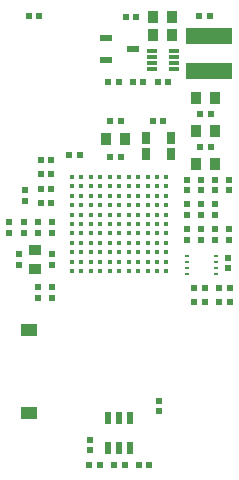
<source format=gtp>
G04 #@! TF.GenerationSoftware,KiCad,Pcbnew,6.0.0-rc1-unknown-650478f~84~ubuntu18.04.1*
G04 #@! TF.CreationDate,2018-11-23T01:33:21+00:00*
G04 #@! TF.ProjectId,proto-sensor,70726F746F2D73656E736F722E6B6963,rev?*
G04 #@! TF.SameCoordinates,Original*
G04 #@! TF.FileFunction,Paste,Top*
G04 #@! TF.FilePolarity,Positive*
%FSLAX46Y46*%
G04 Gerber Fmt 4.6, Leading zero omitted, Abs format (unit mm)*
G04 Created by KiCad (PCBNEW 6.0.0-rc1-unknown-650478f~84~ubuntu18.04.1) date Fri 23 Nov 2018 01:33:21 GMT*
%MOMM*%
%LPD*%
G01*
G04 APERTURE LIST*
%ADD10R,0.620000X0.620000*%
%ADD11R,0.950000X1.000000*%
%ADD12R,3.890000X1.450000*%
%ADD13R,0.800000X1.000000*%
%ADD14R,1.400000X1.000000*%
%ADD15R,0.600000X1.100000*%
%ADD16R,1.000000X0.600000*%
%ADD17R,0.850000X0.300000*%
%ADD18R,0.300000X0.250000*%
%ADD19R,1.000000X0.950000*%
%ADD20C,0.400000*%
G04 APERTURE END LIST*
D10*
G04 #@! TO.C,C30*
X69300000Y-80250000D03*
X69300000Y-81150000D03*
G04 #@! TD*
G04 #@! TO.C,C29*
X53350000Y-79800000D03*
X54250000Y-79800000D03*
G04 #@! TD*
G04 #@! TO.C,C24*
X53350000Y-78600000D03*
X54250000Y-78600000D03*
G04 #@! TD*
D11*
G04 #@! TO.C,D2*
X66500000Y-76100000D03*
X68100000Y-76100000D03*
G04 #@! TD*
D12*
G04 #@! TO.C,L1*
X67600000Y-71075000D03*
X67600000Y-68125000D03*
G04 #@! TD*
D13*
G04 #@! TO.C,Y1*
X62250000Y-78100000D03*
X62250000Y-76700000D03*
X64350000Y-78100000D03*
X64350000Y-76700000D03*
G04 #@! TD*
D14*
G04 #@! TO.C,SW1*
X52400000Y-93000000D03*
X52400000Y-100000000D03*
G04 #@! TD*
D10*
G04 #@! TO.C,R19*
X60450000Y-104400000D03*
X59550000Y-104400000D03*
G04 #@! TD*
G04 #@! TO.C,R11*
X68100000Y-81150000D03*
X68100000Y-80250000D03*
G04 #@! TD*
D15*
G04 #@! TO.C,IC6*
X59050000Y-100400000D03*
X60000000Y-100400000D03*
X60950000Y-100400000D03*
X60950000Y-103000000D03*
X60000000Y-103000000D03*
X59050000Y-103000000D03*
G04 #@! TD*
D16*
G04 #@! TO.C,IC3*
X61150000Y-69200000D03*
X58850000Y-70150000D03*
X58850000Y-68250000D03*
G04 #@! TD*
D17*
G04 #@! TO.C,IC2*
X64650000Y-69350000D03*
X64650000Y-69850000D03*
X64650000Y-70350000D03*
X64650000Y-70850000D03*
X62750000Y-70850000D03*
X62750000Y-70350000D03*
X62750000Y-69850000D03*
X62750000Y-69350000D03*
G04 #@! TD*
D10*
G04 #@! TO.C,D4*
X57450000Y-104400000D03*
X58350000Y-104400000D03*
G04 #@! TD*
D11*
G04 #@! TO.C,D3*
X66500000Y-78900000D03*
X68100000Y-78900000D03*
G04 #@! TD*
G04 #@! TO.C,D1*
X66500000Y-73300000D03*
X68100000Y-73300000D03*
G04 #@! TD*
D10*
G04 #@! TO.C,C27*
X62550000Y-104400000D03*
X61650000Y-104400000D03*
G04 #@! TD*
G04 #@! TO.C,C25*
X57500000Y-102250000D03*
X57500000Y-103150000D03*
G04 #@! TD*
G04 #@! TO.C,C22*
X59950000Y-72000000D03*
X59050000Y-72000000D03*
G04 #@! TD*
G04 #@! TO.C,C21*
X60550000Y-66500000D03*
X61450000Y-66500000D03*
G04 #@! TD*
G04 #@! TO.C,C18*
X62050000Y-72000000D03*
X61150000Y-72000000D03*
G04 #@! TD*
D11*
G04 #@! TO.C,C16*
X64500000Y-66500000D03*
X62900000Y-66500000D03*
G04 #@! TD*
D10*
G04 #@! TO.C,C15*
X63250000Y-72000000D03*
X64150000Y-72000000D03*
G04 #@! TD*
G04 #@! TO.C,R15*
X69250000Y-86850000D03*
X69250000Y-87750000D03*
G04 #@! TD*
G04 #@! TO.C,R17*
X69300000Y-84450000D03*
X69300000Y-85350000D03*
G04 #@! TD*
G04 #@! TO.C,R14*
X68100000Y-85350000D03*
X68100000Y-84450000D03*
G04 #@! TD*
G04 #@! TO.C,R10*
X66850000Y-77500000D03*
X67750000Y-77500000D03*
G04 #@! TD*
G04 #@! TO.C,R9*
X66850000Y-74700000D03*
X67750000Y-74700000D03*
G04 #@! TD*
G04 #@! TO.C,R18*
X69350000Y-90600000D03*
X68450000Y-90600000D03*
G04 #@! TD*
G04 #@! TO.C,C26*
X63400000Y-99850000D03*
X63400000Y-98950000D03*
G04 #@! TD*
D18*
G04 #@! TO.C,IC5*
X65775000Y-88250000D03*
X65775000Y-87750000D03*
X65775000Y-87250000D03*
X65775000Y-86750000D03*
X68225000Y-86750000D03*
X68225000Y-87250000D03*
X68225000Y-87750000D03*
X68225000Y-88250000D03*
G04 #@! TD*
D10*
G04 #@! TO.C,C28*
X62850000Y-75300000D03*
X63750000Y-75300000D03*
G04 #@! TD*
D11*
G04 #@! TO.C,C17*
X64500000Y-68000000D03*
X62900000Y-68000000D03*
G04 #@! TD*
D10*
G04 #@! TO.C,C23*
X67250000Y-89400000D03*
X66350000Y-89400000D03*
G04 #@! TD*
G04 #@! TO.C,C12*
X65700000Y-80250000D03*
X65700000Y-81150000D03*
G04 #@! TD*
G04 #@! TO.C,C11*
X51900000Y-83850000D03*
X51900000Y-84750000D03*
G04 #@! TD*
G04 #@! TO.C,C10*
X54300000Y-90250000D03*
X54300000Y-89350000D03*
G04 #@! TD*
G04 #@! TO.C,C4*
X54300000Y-83850000D03*
X54300000Y-84750000D03*
G04 #@! TD*
G04 #@! TO.C,C9*
X66900000Y-85350000D03*
X66900000Y-84450000D03*
G04 #@! TD*
G04 #@! TO.C,C3*
X65700000Y-82350000D03*
X65700000Y-83250000D03*
G04 #@! TD*
G04 #@! TO.C,C8*
X66900000Y-80250000D03*
X66900000Y-81150000D03*
G04 #@! TD*
G04 #@! TO.C,C6*
X65700000Y-85350000D03*
X65700000Y-84450000D03*
G04 #@! TD*
G04 #@! TO.C,C2*
X66900000Y-82350000D03*
X66900000Y-83250000D03*
G04 #@! TD*
G04 #@! TO.C,C7*
X53100000Y-90250000D03*
X53100000Y-89350000D03*
G04 #@! TD*
G04 #@! TO.C,C5*
X50700000Y-83850000D03*
X50700000Y-84750000D03*
G04 #@! TD*
G04 #@! TO.C,C1*
X53100000Y-83850000D03*
X53100000Y-84750000D03*
G04 #@! TD*
G04 #@! TO.C,R13*
X68100000Y-82350000D03*
X68100000Y-83250000D03*
G04 #@! TD*
G04 #@! TO.C,R12*
X66350000Y-90600000D03*
X67250000Y-90600000D03*
G04 #@! TD*
G04 #@! TO.C,R16*
X68450000Y-89400000D03*
X69350000Y-89400000D03*
G04 #@! TD*
G04 #@! TO.C,R8*
X60150000Y-75300000D03*
X59250000Y-75300000D03*
G04 #@! TD*
G04 #@! TO.C,R7*
X51500000Y-86550000D03*
X51500000Y-87450000D03*
G04 #@! TD*
G04 #@! TO.C,C20*
X59250000Y-78300000D03*
X60150000Y-78300000D03*
G04 #@! TD*
G04 #@! TO.C,C14*
X54300000Y-87450000D03*
X54300000Y-86550000D03*
G04 #@! TD*
D11*
G04 #@! TO.C,C19*
X58900000Y-76800000D03*
X60500000Y-76800000D03*
G04 #@! TD*
D19*
G04 #@! TO.C,C13*
X52900000Y-87800000D03*
X52900000Y-86200000D03*
G04 #@! TD*
D10*
G04 #@! TO.C,R4*
X54250000Y-82200000D03*
X53350000Y-82200000D03*
G04 #@! TD*
G04 #@! TO.C,R6*
X54250000Y-81000000D03*
X53350000Y-81000000D03*
G04 #@! TD*
G04 #@! TO.C,R3*
X67650000Y-66400000D03*
X66750000Y-66400000D03*
G04 #@! TD*
G04 #@! TO.C,R1*
X53250000Y-66400000D03*
X52350000Y-66400000D03*
G04 #@! TD*
G04 #@! TO.C,R5*
X52000000Y-81150000D03*
X52000000Y-82050000D03*
G04 #@! TD*
G04 #@! TO.C,R2*
X56650000Y-78200000D03*
X55750000Y-78200000D03*
G04 #@! TD*
D20*
G04 #@! TO.C,IC4*
X64000000Y-88000000D03*
X64000000Y-87200000D03*
X64000000Y-86400000D03*
X64000000Y-85600000D03*
X64000000Y-84800000D03*
X64000000Y-84000000D03*
X64000000Y-83200000D03*
X64000000Y-82400000D03*
X64000000Y-81600000D03*
X64000000Y-80800000D03*
X64000000Y-80000000D03*
X63200000Y-88000000D03*
X63200000Y-87200000D03*
X63200000Y-86400000D03*
X63200000Y-85600000D03*
X63200000Y-84800000D03*
X63200000Y-84000000D03*
X63200000Y-83200000D03*
X63200000Y-82400000D03*
X63200000Y-81600000D03*
X63200000Y-80800000D03*
X63200000Y-80000000D03*
X62400000Y-88000000D03*
X62400000Y-87200000D03*
X62400000Y-86400000D03*
X62400000Y-85600000D03*
X62400000Y-84800000D03*
X62400000Y-84000000D03*
X62400000Y-83200000D03*
X62400000Y-82400000D03*
X62400000Y-81600000D03*
X62400000Y-80800000D03*
X62400000Y-80000000D03*
X61600000Y-88000000D03*
X61600000Y-87200000D03*
X61600000Y-86400000D03*
X61600000Y-85600000D03*
X61600000Y-84800000D03*
X61600000Y-84000000D03*
X61600000Y-83200000D03*
X61600000Y-82400000D03*
X61600000Y-81600000D03*
X61600000Y-80800000D03*
X61600000Y-80000000D03*
X60800000Y-88000000D03*
X60800000Y-87200000D03*
X60800000Y-86400000D03*
X60800000Y-85600000D03*
X60800000Y-84800000D03*
X60800000Y-84000000D03*
X60800000Y-83200000D03*
X60800000Y-82400000D03*
X60800000Y-81600000D03*
X60800000Y-80800000D03*
X60800000Y-80000000D03*
X60000000Y-88000000D03*
X60000000Y-87200000D03*
X60000000Y-86400000D03*
X60000000Y-85600000D03*
X60000000Y-84800000D03*
X60000000Y-84000000D03*
X60000000Y-83200000D03*
X60000000Y-82400000D03*
X60000000Y-81600000D03*
X60000000Y-80800000D03*
X60000000Y-80000000D03*
X59200000Y-88000000D03*
X59200000Y-87200000D03*
X59200000Y-86400000D03*
X59200000Y-85600000D03*
X59200000Y-84800000D03*
X59200000Y-84000000D03*
X59200000Y-83200000D03*
X59200000Y-82400000D03*
X59200000Y-81600000D03*
X59200000Y-80800000D03*
X59200000Y-80000000D03*
X58400000Y-88000000D03*
X58400000Y-87200000D03*
X58400000Y-86400000D03*
X58400000Y-85600000D03*
X58400000Y-84800000D03*
X58400000Y-84000000D03*
X58400000Y-83200000D03*
X58400000Y-82400000D03*
X58400000Y-81600000D03*
X58400000Y-80800000D03*
X58400000Y-80000000D03*
X57600000Y-88000000D03*
X57600000Y-87200000D03*
X57600000Y-86400000D03*
X57600000Y-85600000D03*
X57600000Y-84800000D03*
X57600000Y-84000000D03*
X57600000Y-83200000D03*
X57600000Y-82400000D03*
X57600000Y-81600000D03*
X57600000Y-80800000D03*
X57600000Y-80000000D03*
X56800000Y-88000000D03*
X56800000Y-87200000D03*
X56800000Y-86400000D03*
X56800000Y-85600000D03*
X56800000Y-84800000D03*
X56800000Y-84000000D03*
X56800000Y-83200000D03*
X56800000Y-82400000D03*
X56800000Y-81600000D03*
X56800000Y-80800000D03*
X56800000Y-80000000D03*
X56000000Y-88000000D03*
X56000000Y-87200000D03*
X56000000Y-86400000D03*
X56000000Y-85600000D03*
X56000000Y-84800000D03*
X56000000Y-84000000D03*
X56000000Y-83200000D03*
X56000000Y-82400000D03*
X56000000Y-81600000D03*
X56000000Y-80800000D03*
X56000000Y-80000000D03*
G04 #@! TD*
M02*

</source>
